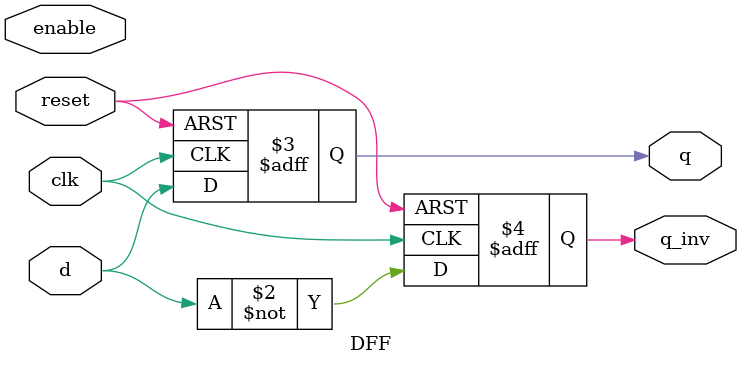
<source format=v>
module DFF(
    input wire clk,
    input wire reset,
    input wire enable,
    input wire d,
    output reg q,
    output reg q_inv
    );

    always @(posedge clk or posedge reset) begin
        if(reset) begin
            q <= 0;
            q_inv <= 1;
        end else begin
            q <= d; 
            q_inv <= ~d;
        end
    end
    
endmodule

</source>
